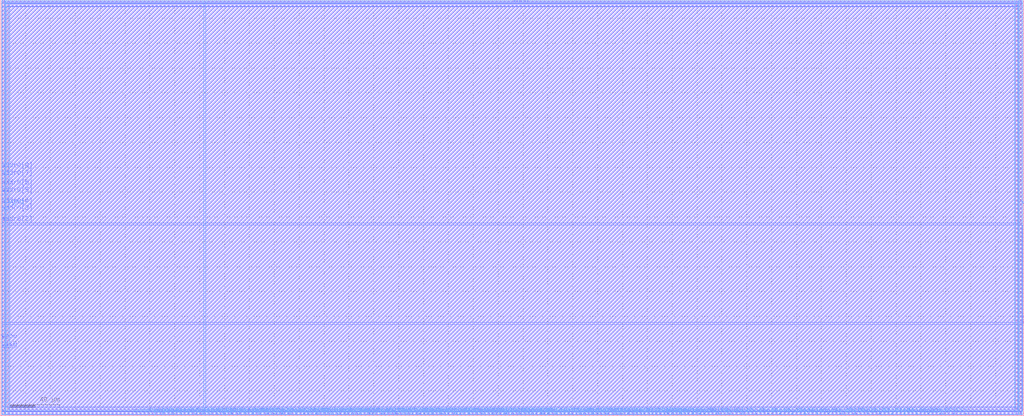
<source format=lef>
VERSION 5.4 ;
NAMESCASESENSITIVE ON ;
BUSBITCHARS "[]" ;
DIVIDERCHAR "/" ;
UNITS
  DATABASE MICRONS 2000 ;
END UNITS
MACRO sram_1rw0r0w_64_512_sky130
   CLASS BLOCK ;
   SIZE 822.5 BY 334.94 ;
   SYMMETRY X Y R90 ;
   PIN din0[0]
      DIRECTION INPUT ;
      PORT
         LAYER met4 ;
         RECT  163.88 0.0 164.26 0.38 ;
      END
   END din0[0]
   PIN din0[1]
      DIRECTION INPUT ;
      PORT
         LAYER met4 ;
         RECT  170.68 0.0 171.06 0.38 ;
      END
   END din0[1]
   PIN din0[2]
      DIRECTION INPUT ;
      PORT
         LAYER met4 ;
         RECT  176.12 0.0 176.5 0.38 ;
      END
   END din0[2]
   PIN din0[3]
      DIRECTION INPUT ;
      PORT
         LAYER met4 ;
         RECT  181.56 0.0 181.94 0.38 ;
      END
   END din0[3]
   PIN din0[4]
      DIRECTION INPUT ;
      PORT
         LAYER met4 ;
         RECT  187.68 0.0 188.06 0.38 ;
      END
   END din0[4]
   PIN din0[5]
      DIRECTION INPUT ;
      PORT
         LAYER met4 ;
         RECT  193.12 0.0 193.5 0.38 ;
      END
   END din0[5]
   PIN din0[6]
      DIRECTION INPUT ;
      PORT
         LAYER met4 ;
         RECT  199.92 0.0 200.3 0.38 ;
      END
   END din0[6]
   PIN din0[7]
      DIRECTION INPUT ;
      PORT
         LAYER met4 ;
         RECT  204.68 0.0 205.06 0.38 ;
      END
   END din0[7]
   PIN din0[8]
      DIRECTION INPUT ;
      PORT
         LAYER met4 ;
         RECT  211.48 0.0 211.86 0.38 ;
      END
   END din0[8]
   PIN din0[9]
      DIRECTION INPUT ;
      PORT
         LAYER met4 ;
         RECT  216.24 0.0 216.62 0.38 ;
      END
   END din0[9]
   PIN din0[10]
      DIRECTION INPUT ;
      PORT
         LAYER met4 ;
         RECT  223.04 0.0 223.42 0.38 ;
      END
   END din0[10]
   PIN din0[11]
      DIRECTION INPUT ;
      PORT
         LAYER met4 ;
         RECT  229.16 0.0 229.54 0.38 ;
      END
   END din0[11]
   PIN din0[12]
      DIRECTION INPUT ;
      PORT
         LAYER met4 ;
         RECT  234.6 0.0 234.98 0.38 ;
      END
   END din0[12]
   PIN din0[13]
      DIRECTION INPUT ;
      PORT
         LAYER met4 ;
         RECT  240.04 0.0 240.42 0.38 ;
      END
   END din0[13]
   PIN din0[14]
      DIRECTION INPUT ;
      PORT
         LAYER met4 ;
         RECT  246.16 0.0 246.54 0.38 ;
      END
   END din0[14]
   PIN din0[15]
      DIRECTION INPUT ;
      PORT
         LAYER met4 ;
         RECT  252.28 0.0 252.66 0.38 ;
      END
   END din0[15]
   PIN din0[16]
      DIRECTION INPUT ;
      PORT
         LAYER met4 ;
         RECT  257.72 0.0 258.1 0.38 ;
      END
   END din0[16]
   PIN din0[17]
      DIRECTION INPUT ;
      PORT
         LAYER met4 ;
         RECT  263.84 0.0 264.22 0.38 ;
      END
   END din0[17]
   PIN din0[18]
      DIRECTION INPUT ;
      PORT
         LAYER met4 ;
         RECT  269.96 0.0 270.34 0.38 ;
      END
   END din0[18]
   PIN din0[19]
      DIRECTION INPUT ;
      PORT
         LAYER met4 ;
         RECT  274.72 0.0 275.1 0.38 ;
      END
   END din0[19]
   PIN din0[20]
      DIRECTION INPUT ;
      PORT
         LAYER met4 ;
         RECT  281.52 0.0 281.9 0.38 ;
      END
   END din0[20]
   PIN din0[21]
      DIRECTION INPUT ;
      PORT
         LAYER met4 ;
         RECT  286.28 0.0 286.66 0.38 ;
      END
   END din0[21]
   PIN din0[22]
      DIRECTION INPUT ;
      PORT
         LAYER met4 ;
         RECT  293.08 0.0 293.46 0.38 ;
      END
   END din0[22]
   PIN din0[23]
      DIRECTION INPUT ;
      PORT
         LAYER met4 ;
         RECT  298.52 0.0 298.9 0.38 ;
      END
   END din0[23]
   PIN din0[24]
      DIRECTION INPUT ;
      PORT
         LAYER met4 ;
         RECT  304.64 0.0 305.02 0.38 ;
      END
   END din0[24]
   PIN din0[25]
      DIRECTION INPUT ;
      PORT
         LAYER met4 ;
         RECT  310.08 0.0 310.46 0.38 ;
      END
   END din0[25]
   PIN din0[26]
      DIRECTION INPUT ;
      PORT
         LAYER met4 ;
         RECT  316.2 0.0 316.58 0.38 ;
      END
   END din0[26]
   PIN din0[27]
      DIRECTION INPUT ;
      PORT
         LAYER met4 ;
         RECT  321.64 0.0 322.02 0.38 ;
      END
   END din0[27]
   PIN din0[28]
      DIRECTION INPUT ;
      PORT
         LAYER met4 ;
         RECT  327.76 0.0 328.14 0.38 ;
      END
   END din0[28]
   PIN din0[29]
      DIRECTION INPUT ;
      PORT
         LAYER met4 ;
         RECT  333.2 0.0 333.58 0.38 ;
      END
   END din0[29]
   PIN din0[30]
      DIRECTION INPUT ;
      PORT
         LAYER met4 ;
         RECT  340.0 0.0 340.38 0.38 ;
      END
   END din0[30]
   PIN din0[31]
      DIRECTION INPUT ;
      PORT
         LAYER met4 ;
         RECT  344.76 0.0 345.14 0.38 ;
      END
   END din0[31]
   PIN din0[32]
      DIRECTION INPUT ;
      PORT
         LAYER met4 ;
         RECT  351.56 0.0 351.94 0.38 ;
      END
   END din0[32]
   PIN din0[33]
      DIRECTION INPUT ;
      PORT
         LAYER met4 ;
         RECT  357.0 0.0 357.38 0.38 ;
      END
   END din0[33]
   PIN din0[34]
      DIRECTION INPUT ;
      PORT
         LAYER met4 ;
         RECT  362.44 0.0 362.82 0.38 ;
      END
   END din0[34]
   PIN din0[35]
      DIRECTION INPUT ;
      PORT
         LAYER met4 ;
         RECT  368.56 0.0 368.94 0.38 ;
      END
   END din0[35]
   PIN din0[36]
      DIRECTION INPUT ;
      PORT
         LAYER met4 ;
         RECT  374.68 0.0 375.06 0.38 ;
      END
   END din0[36]
   PIN din0[37]
      DIRECTION INPUT ;
      PORT
         LAYER met4 ;
         RECT  380.12 0.0 380.5 0.38 ;
      END
   END din0[37]
   PIN din0[38]
      DIRECTION INPUT ;
      PORT
         LAYER met4 ;
         RECT  386.24 0.0 386.62 0.38 ;
      END
   END din0[38]
   PIN din0[39]
      DIRECTION INPUT ;
      PORT
         LAYER met4 ;
         RECT  391.68 0.0 392.06 0.38 ;
      END
   END din0[39]
   PIN din0[40]
      DIRECTION INPUT ;
      PORT
         LAYER met4 ;
         RECT  397.8 0.0 398.18 0.38 ;
      END
   END din0[40]
   PIN din0[41]
      DIRECTION INPUT ;
      PORT
         LAYER met4 ;
         RECT  403.92 0.0 404.3 0.38 ;
      END
   END din0[41]
   PIN din0[42]
      DIRECTION INPUT ;
      PORT
         LAYER met4 ;
         RECT  410.04 0.0 410.42 0.38 ;
      END
   END din0[42]
   PIN din0[43]
      DIRECTION INPUT ;
      PORT
         LAYER met4 ;
         RECT  415.48 0.0 415.86 0.38 ;
      END
   END din0[43]
   PIN din0[44]
      DIRECTION INPUT ;
      PORT
         LAYER met4 ;
         RECT  420.92 0.0 421.3 0.38 ;
      END
   END din0[44]
   PIN din0[45]
      DIRECTION INPUT ;
      PORT
         LAYER met4 ;
         RECT  426.36 0.0 426.74 0.38 ;
      END
   END din0[45]
   PIN din0[46]
      DIRECTION INPUT ;
      PORT
         LAYER met4 ;
         RECT  432.48 0.0 432.86 0.38 ;
      END
   END din0[46]
   PIN din0[47]
      DIRECTION INPUT ;
      PORT
         LAYER met4 ;
         RECT  438.6 0.0 438.98 0.38 ;
      END
   END din0[47]
   PIN din0[48]
      DIRECTION INPUT ;
      PORT
         LAYER met4 ;
         RECT  444.04 0.0 444.42 0.38 ;
      END
   END din0[48]
   PIN din0[49]
      DIRECTION INPUT ;
      PORT
         LAYER met4 ;
         RECT  450.16 0.0 450.54 0.38 ;
      END
   END din0[49]
   PIN din0[50]
      DIRECTION INPUT ;
      PORT
         LAYER met4 ;
         RECT  455.6 0.0 455.98 0.38 ;
      END
   END din0[50]
   PIN din0[51]
      DIRECTION INPUT ;
      PORT
         LAYER met4 ;
         RECT  461.72 0.0 462.1 0.38 ;
      END
   END din0[51]
   PIN din0[52]
      DIRECTION INPUT ;
      PORT
         LAYER met4 ;
         RECT  468.52 0.0 468.9 0.38 ;
      END
   END din0[52]
   PIN din0[53]
      DIRECTION INPUT ;
      PORT
         LAYER met4 ;
         RECT  473.28 0.0 473.66 0.38 ;
      END
   END din0[53]
   PIN din0[54]
      DIRECTION INPUT ;
      PORT
         LAYER met4 ;
         RECT  479.4 0.0 479.78 0.38 ;
      END
   END din0[54]
   PIN din0[55]
      DIRECTION INPUT ;
      PORT
         LAYER met4 ;
         RECT  484.84 0.0 485.22 0.38 ;
      END
   END din0[55]
   PIN din0[56]
      DIRECTION INPUT ;
      PORT
         LAYER met4 ;
         RECT  490.96 0.0 491.34 0.38 ;
      END
   END din0[56]
   PIN din0[57]
      DIRECTION INPUT ;
      PORT
         LAYER met4 ;
         RECT  497.08 0.0 497.46 0.38 ;
      END
   END din0[57]
   PIN din0[58]
      DIRECTION INPUT ;
      PORT
         LAYER met4 ;
         RECT  502.52 0.0 502.9 0.38 ;
      END
   END din0[58]
   PIN din0[59]
      DIRECTION INPUT ;
      PORT
         LAYER met4 ;
         RECT  509.32 0.0 509.7 0.38 ;
      END
   END din0[59]
   PIN din0[60]
      DIRECTION INPUT ;
      PORT
         LAYER met4 ;
         RECT  514.76 0.0 515.14 0.38 ;
      END
   END din0[60]
   PIN din0[61]
      DIRECTION INPUT ;
      PORT
         LAYER met4 ;
         RECT  520.88 0.0 521.26 0.38 ;
      END
   END din0[61]
   PIN din0[62]
      DIRECTION INPUT ;
      PORT
         LAYER met4 ;
         RECT  526.32 0.0 526.7 0.38 ;
      END
   END din0[62]
   PIN din0[63]
      DIRECTION INPUT ;
      PORT
         LAYER met4 ;
         RECT  532.44 0.0 532.82 0.38 ;
      END
   END din0[63]
   PIN din0[64]
      DIRECTION INPUT ;
      PORT
         LAYER met4 ;
         RECT  537.88 0.0 538.26 0.38 ;
      END
   END din0[64]
   PIN addr0[0]
      DIRECTION INPUT ;
      PORT
         LAYER met4 ;
         RECT  106.08 0.0 106.46 0.38 ;
      END
   END addr0[0]
   PIN addr0[1]
      DIRECTION INPUT ;
      PORT
         LAYER met4 ;
         RECT  112.2 0.0 112.58 0.38 ;
      END
   END addr0[1]
   PIN addr0[2]
      DIRECTION INPUT ;
      PORT
         LAYER met3 ;
         RECT  0.0 154.36 0.38 154.74 ;
      END
   END addr0[2]
   PIN addr0[3]
      DIRECTION INPUT ;
      PORT
         LAYER met3 ;
         RECT  0.0 163.2 0.38 163.58 ;
      END
   END addr0[3]
   PIN addr0[4]
      DIRECTION INPUT ;
      PORT
         LAYER met3 ;
         RECT  0.0 168.64 0.38 169.02 ;
      END
   END addr0[4]
   PIN addr0[5]
      DIRECTION INPUT ;
      PORT
         LAYER met3 ;
         RECT  0.0 177.48 0.38 177.86 ;
      END
   END addr0[5]
   PIN addr0[6]
      DIRECTION INPUT ;
      PORT
         LAYER met3 ;
         RECT  0.0 183.6 0.38 183.98 ;
      END
   END addr0[6]
   PIN addr0[7]
      DIRECTION INPUT ;
      PORT
         LAYER met3 ;
         RECT  0.0 191.08 0.38 191.46 ;
      END
   END addr0[7]
   PIN addr0[8]
      DIRECTION INPUT ;
      PORT
         LAYER met3 ;
         RECT  0.0 197.2 0.38 197.58 ;
      END
   END addr0[8]
   PIN csb0
      DIRECTION INPUT ;
      PORT
         LAYER met3 ;
         RECT  0.0 51.68 0.38 52.06 ;
      END
   END csb0
   PIN web0
      DIRECTION INPUT ;
      PORT
         LAYER met3 ;
         RECT  0.0 59.84 0.38 60.22 ;
      END
   END web0
   PIN clk0
      DIRECTION INPUT ;
      PORT
         LAYER met3 ;
         RECT  0.0 53.72 0.38 54.1 ;
      END
   END clk0
   PIN wmask0[0]
      DIRECTION INPUT ;
      PORT
         LAYER met4 ;
         RECT  117.64 0.0 118.02 0.38 ;
      END
   END wmask0[0]
   PIN wmask0[1]
      DIRECTION INPUT ;
      PORT
         LAYER met4 ;
         RECT  123.76 0.0 124.14 0.38 ;
      END
   END wmask0[1]
   PIN wmask0[2]
      DIRECTION INPUT ;
      PORT
         LAYER met4 ;
         RECT  129.88 0.0 130.26 0.38 ;
      END
   END wmask0[2]
   PIN wmask0[3]
      DIRECTION INPUT ;
      PORT
         LAYER met4 ;
         RECT  134.64 0.0 135.02 0.38 ;
      END
   END wmask0[3]
   PIN wmask0[4]
      DIRECTION INPUT ;
      PORT
         LAYER met4 ;
         RECT  141.44 0.0 141.82 0.38 ;
      END
   END wmask0[4]
   PIN wmask0[5]
      DIRECTION INPUT ;
      PORT
         LAYER met4 ;
         RECT  146.2 0.0 146.58 0.38 ;
      END
   END wmask0[5]
   PIN wmask0[6]
      DIRECTION INPUT ;
      PORT
         LAYER met4 ;
         RECT  153.0 0.0 153.38 0.38 ;
      END
   END wmask0[6]
   PIN wmask0[7]
      DIRECTION INPUT ;
      PORT
         LAYER met4 ;
         RECT  157.76 0.0 158.14 0.38 ;
      END
   END wmask0[7]
   PIN spare_wen0[0]
      DIRECTION INPUT ;
      PORT
         LAYER met4 ;
         RECT  543.32 0.0 543.7 0.38 ;
      END
   END spare_wen0[0]
   PIN dout0[0]
      DIRECTION OUTPUT ;
      PORT
         LAYER met4 ;
         RECT  167.28 0.0 167.66 0.38 ;
      END
   END dout0[0]
   PIN dout0[1]
      DIRECTION OUTPUT ;
      PORT
         LAYER met4 ;
         RECT  178.84 0.0 179.22 0.38 ;
      END
   END dout0[1]
   PIN dout0[2]
      DIRECTION OUTPUT ;
      PORT
         LAYER met4 ;
         RECT  189.04 0.0 189.42 0.38 ;
      END
   END dout0[2]
   PIN dout0[3]
      DIRECTION OUTPUT ;
      PORT
         LAYER met4 ;
         RECT  199.24 0.0 199.62 0.38 ;
      END
   END dout0[3]
   PIN dout0[4]
      DIRECTION OUTPUT ;
      PORT
         LAYER met4 ;
         RECT  208.76 0.0 209.14 0.38 ;
      END
   END dout0[4]
   PIN dout0[5]
      DIRECTION OUTPUT ;
      PORT
         LAYER met4 ;
         RECT  218.96 0.0 219.34 0.38 ;
      END
   END dout0[5]
   PIN dout0[6]
      DIRECTION OUTPUT ;
      PORT
         LAYER met4 ;
         RECT  228.48 0.0 228.86 0.38 ;
      END
   END dout0[6]
   PIN dout0[7]
      DIRECTION OUTPUT ;
      PORT
         LAYER met4 ;
         RECT  238.0 0.0 238.38 0.38 ;
      END
   END dout0[7]
   PIN dout0[8]
      DIRECTION OUTPUT ;
      PORT
         LAYER met4 ;
         RECT  247.52 0.0 247.9 0.38 ;
      END
   END dout0[8]
   PIN dout0[9]
      DIRECTION OUTPUT ;
      PORT
         LAYER met4 ;
         RECT  259.08 0.0 259.46 0.38 ;
      END
   END dout0[9]
   PIN dout0[10]
      DIRECTION OUTPUT ;
      PORT
         LAYER met4 ;
         RECT  269.28 0.0 269.66 0.38 ;
      END
   END dout0[10]
   PIN dout0[11]
      DIRECTION OUTPUT ;
      PORT
         LAYER met4 ;
         RECT  278.8 0.0 279.18 0.38 ;
      END
   END dout0[11]
   PIN dout0[12]
      DIRECTION OUTPUT ;
      PORT
         LAYER met4 ;
         RECT  289.0 0.0 289.38 0.38 ;
      END
   END dout0[12]
   PIN dout0[13]
      DIRECTION OUTPUT ;
      PORT
         LAYER met4 ;
         RECT  299.2 0.0 299.58 0.38 ;
      END
   END dout0[13]
   PIN dout0[14]
      DIRECTION OUTPUT ;
      PORT
         LAYER met4 ;
         RECT  308.04 0.0 308.42 0.38 ;
      END
   END dout0[14]
   PIN dout0[15]
      DIRECTION OUTPUT ;
      PORT
         LAYER met4 ;
         RECT  318.92 0.0 319.3 0.38 ;
      END
   END dout0[15]
   PIN dout0[16]
      DIRECTION OUTPUT ;
      PORT
         LAYER met4 ;
         RECT  325.72 0.0 326.1 0.38 ;
      END
   END dout0[16]
   PIN dout0[17]
      DIRECTION OUTPUT ;
      PORT
         LAYER met4 ;
         RECT  337.28 0.0 337.66 0.38 ;
      END
   END dout0[17]
   PIN dout0[18]
      DIRECTION OUTPUT ;
      PORT
         LAYER met4 ;
         RECT  348.84 0.0 349.22 0.38 ;
      END
   END dout0[18]
   PIN dout0[19]
      DIRECTION OUTPUT ;
      PORT
         LAYER met4 ;
         RECT  359.04 0.0 359.42 0.38 ;
      END
   END dout0[19]
   PIN dout0[20]
      DIRECTION OUTPUT ;
      PORT
         LAYER met4 ;
         RECT  369.24 0.0 369.62 0.38 ;
      END
   END dout0[20]
   PIN dout0[21]
      DIRECTION OUTPUT ;
      PORT
         LAYER met4 ;
         RECT  378.08 0.0 378.46 0.38 ;
      END
   END dout0[21]
   PIN dout0[22]
      DIRECTION OUTPUT ;
      PORT
         LAYER met4 ;
         RECT  388.96 0.0 389.34 0.38 ;
      END
   END dout0[22]
   PIN dout0[23]
      DIRECTION OUTPUT ;
      PORT
         LAYER met4 ;
         RECT  399.16 0.0 399.54 0.38 ;
      END
   END dout0[23]
   PIN dout0[24]
      DIRECTION OUTPUT ;
      PORT
         LAYER met4 ;
         RECT  407.32 0.0 407.7 0.38 ;
      END
   END dout0[24]
   PIN dout0[25]
      DIRECTION OUTPUT ;
      PORT
         LAYER met4 ;
         RECT  418.88 0.0 419.26 0.38 ;
      END
   END dout0[25]
   PIN dout0[26]
      DIRECTION OUTPUT ;
      PORT
         LAYER met4 ;
         RECT  429.08 0.0 429.46 0.38 ;
      END
   END dout0[26]
   PIN dout0[27]
      DIRECTION OUTPUT ;
      PORT
         LAYER met4 ;
         RECT  439.28 0.0 439.66 0.38 ;
      END
   END dout0[27]
   PIN dout0[28]
      DIRECTION OUTPUT ;
      PORT
         LAYER met4 ;
         RECT  448.12 0.0 448.5 0.38 ;
      END
   END dout0[28]
   PIN dout0[29]
      DIRECTION OUTPUT ;
      PORT
         LAYER met4 ;
         RECT  459.0 0.0 459.38 0.38 ;
      END
   END dout0[29]
   PIN dout0[30]
      DIRECTION OUTPUT ;
      PORT
         LAYER met4 ;
         RECT  469.2 0.0 469.58 0.38 ;
      END
   END dout0[30]
   PIN dout0[31]
      DIRECTION OUTPUT ;
      PORT
         LAYER met4 ;
         RECT  477.36 0.0 477.74 0.38 ;
      END
   END dout0[31]
   PIN dout0[32]
      DIRECTION OUTPUT ;
      PORT
         LAYER met4 ;
         RECT  487.56 0.0 487.94 0.38 ;
      END
   END dout0[32]
   PIN dout0[33]
      DIRECTION OUTPUT ;
      PORT
         LAYER met4 ;
         RECT  499.12 0.0 499.5 0.38 ;
      END
   END dout0[33]
   PIN dout0[34]
      DIRECTION OUTPUT ;
      PORT
         LAYER met4 ;
         RECT  508.64 0.0 509.02 0.38 ;
      END
   END dout0[34]
   PIN dout0[35]
      DIRECTION OUTPUT ;
      PORT
         LAYER met4 ;
         RECT  518.16 0.0 518.54 0.38 ;
      END
   END dout0[35]
   PIN dout0[36]
      DIRECTION OUTPUT ;
      PORT
         LAYER met4 ;
         RECT  529.04 0.0 529.42 0.38 ;
      END
   END dout0[36]
   PIN dout0[37]
      DIRECTION OUTPUT ;
      PORT
         LAYER met4 ;
         RECT  538.56 0.0 538.94 0.38 ;
      END
   END dout0[37]
   PIN dout0[38]
      DIRECTION OUTPUT ;
      PORT
         LAYER met4 ;
         RECT  547.4 0.0 547.78 0.38 ;
      END
   END dout0[38]
   PIN dout0[39]
      DIRECTION OUTPUT ;
      PORT
         LAYER met4 ;
         RECT  558.96 0.0 559.34 0.38 ;
      END
   END dout0[39]
   PIN dout0[40]
      DIRECTION OUTPUT ;
      PORT
         LAYER met4 ;
         RECT  567.8 0.0 568.18 0.38 ;
      END
   END dout0[40]
   PIN dout0[41]
      DIRECTION OUTPUT ;
      PORT
         LAYER met4 ;
         RECT  578.68 0.0 579.06 0.38 ;
      END
   END dout0[41]
   PIN dout0[42]
      DIRECTION OUTPUT ;
      PORT
         LAYER met4 ;
         RECT  588.88 0.0 589.26 0.38 ;
      END
   END dout0[42]
   PIN dout0[43]
      DIRECTION OUTPUT ;
      PORT
         LAYER met4 ;
         RECT  599.08 0.0 599.46 0.38 ;
      END
   END dout0[43]
   PIN dout0[44]
      DIRECTION OUTPUT ;
      PORT
         LAYER met4 ;
         RECT  608.6 0.0 608.98 0.38 ;
      END
   END dout0[44]
   PIN dout0[45]
      DIRECTION OUTPUT ;
      PORT
         LAYER met4 ;
         RECT  618.8 0.0 619.18 0.38 ;
      END
   END dout0[45]
   PIN dout0[46]
      DIRECTION OUTPUT ;
      PORT
         LAYER met4 ;
         RECT  629.0 0.0 629.38 0.38 ;
      END
   END dout0[46]
   PIN dout0[47]
      DIRECTION OUTPUT ;
      PORT
         LAYER met4 ;
         RECT  638.52 0.0 638.9 0.38 ;
      END
   END dout0[47]
   PIN dout0[48]
      DIRECTION OUTPUT ;
      PORT
         LAYER met4 ;
         RECT  647.36 0.0 647.74 0.38 ;
      END
   END dout0[48]
   PIN dout0[49]
      DIRECTION OUTPUT ;
      PORT
         LAYER met4 ;
         RECT  658.92 0.0 659.3 0.38 ;
      END
   END dout0[49]
   PIN dout0[50]
      DIRECTION OUTPUT ;
      PORT
         LAYER met4 ;
         RECT  669.12 0.0 669.5 0.38 ;
      END
   END dout0[50]
   PIN dout0[51]
      DIRECTION OUTPUT ;
      PORT
         LAYER met4 ;
         RECT  678.64 0.0 679.02 0.38 ;
      END
   END dout0[51]
   PIN dout0[52]
      DIRECTION OUTPUT ;
      PORT
         LAYER met4 ;
         RECT  688.84 0.0 689.22 0.38 ;
      END
   END dout0[52]
   PIN dout0[53]
      DIRECTION OUTPUT ;
      PORT
         LAYER met4 ;
         RECT  699.04 0.0 699.42 0.38 ;
      END
   END dout0[53]
   PIN dout0[54]
      DIRECTION OUTPUT ;
      PORT
         LAYER met4 ;
         RECT  708.56 0.0 708.94 0.38 ;
      END
   END dout0[54]
   PIN dout0[55]
      DIRECTION OUTPUT ;
      PORT
         LAYER met4 ;
         RECT  718.76 0.0 719.14 0.38 ;
      END
   END dout0[55]
   PIN dout0[56]
      DIRECTION OUTPUT ;
      PORT
         LAYER met4 ;
         RECT  727.6 0.0 727.98 0.38 ;
      END
   END dout0[56]
   PIN dout0[57]
      DIRECTION OUTPUT ;
      PORT
         LAYER met4 ;
         RECT  739.16 0.0 739.54 0.38 ;
      END
   END dout0[57]
   PIN dout0[58]
      DIRECTION OUTPUT ;
      PORT
         LAYER met4 ;
         RECT  748.68 0.0 749.06 0.38 ;
      END
   END dout0[58]
   PIN dout0[59]
      DIRECTION OUTPUT ;
      PORT
         LAYER met3 ;
         RECT  822.12 74.12 822.5 74.5 ;
      END
   END dout0[59]
   PIN dout0[60]
      DIRECTION OUTPUT ;
      PORT
         LAYER met3 ;
         RECT  822.12 80.24 822.5 80.62 ;
      END
   END dout0[60]
   PIN dout0[61]
      DIRECTION OUTPUT ;
      PORT
         LAYER met3 ;
         RECT  822.12 79.56 822.5 79.94 ;
      END
   END dout0[61]
   PIN dout0[62]
      DIRECTION OUTPUT ;
      PORT
         LAYER met3 ;
         RECT  822.12 74.8 822.5 75.18 ;
      END
   END dout0[62]
   PIN dout0[63]
      DIRECTION OUTPUT ;
      PORT
         LAYER met3 ;
         RECT  822.12 75.48 822.5 75.86 ;
      END
   END dout0[63]
   PIN dout0[64]
      DIRECTION OUTPUT ;
      PORT
         LAYER met3 ;
         RECT  822.12 76.84 822.5 77.22 ;
      END
   END dout0[64]
   PIN vpwr
      DIRECTION INOUT ;
      USE POWER ; 
      SHAPE ABUTMENT ; 
      PORT
         LAYER met4 ;
         RECT  1.36 1.36 3.1 334.94 ;
         LAYER met3 ;
         RECT  1.36 1.36 821.14 3.1 ;
         LAYER met4 ;
         RECT  819.4 1.36 821.14 334.94 ;
         LAYER met3 ;
         RECT  1.36 333.2 821.14 334.94 ;
      END
   END vpwr
   PIN vgnd
      DIRECTION INOUT ;
      USE GROUND ; 
      SHAPE ABUTMENT ; 
      PORT
         LAYER met3 ;
         RECT  4.76 4.76 817.74 6.5 ;
         LAYER met3 ;
         RECT  4.76 329.8 817.74 331.54 ;
         LAYER met4 ;
         RECT  816.0 4.76 817.74 331.54 ;
         LAYER met4 ;
         RECT  4.76 4.76 6.5 331.54 ;
      END
   END vgnd
   OBS
   LAYER  met1 ;
      RECT  0.62 0.62 821.88 334.32 ;
   LAYER  met2 ;
      RECT  0.62 0.62 821.88 334.32 ;
   LAYER  met3 ;
      RECT  0.98 153.76 821.88 155.34 ;
      RECT  0.62 155.34 0.98 162.6 ;
      RECT  0.62 164.18 0.98 168.04 ;
      RECT  0.62 169.62 0.98 176.88 ;
      RECT  0.62 178.46 0.98 183.0 ;
      RECT  0.62 184.58 0.98 190.48 ;
      RECT  0.62 192.06 0.98 196.6 ;
      RECT  0.62 60.82 0.98 153.76 ;
      RECT  0.62 52.66 0.98 53.12 ;
      RECT  0.62 54.7 0.98 59.24 ;
      RECT  0.98 73.52 821.52 75.1 ;
      RECT  0.98 75.1 821.52 153.76 ;
      RECT  821.52 81.22 821.88 153.76 ;
      RECT  821.52 77.82 821.88 78.96 ;
      RECT  0.62 0.62 0.76 0.76 ;
      RECT  0.62 0.76 0.76 3.7 ;
      RECT  0.62 3.7 0.76 51.08 ;
      RECT  0.76 0.62 0.98 0.76 ;
      RECT  0.76 3.7 0.98 51.08 ;
      RECT  0.98 0.62 821.52 0.76 ;
      RECT  821.52 0.62 821.74 0.76 ;
      RECT  821.52 3.7 821.74 73.52 ;
      RECT  821.74 0.62 821.88 0.76 ;
      RECT  821.74 0.76 821.88 3.7 ;
      RECT  821.74 3.7 821.88 73.52 ;
      RECT  821.74 155.34 821.88 332.6 ;
      RECT  821.74 332.6 821.88 334.32 ;
      RECT  0.62 198.18 0.76 332.6 ;
      RECT  0.62 332.6 0.76 334.32 ;
      RECT  0.76 198.18 0.98 332.6 ;
      RECT  0.98 3.7 4.16 4.16 ;
      RECT  0.98 4.16 4.16 7.1 ;
      RECT  0.98 7.1 4.16 73.52 ;
      RECT  4.16 3.7 818.34 4.16 ;
      RECT  4.16 7.1 818.34 73.52 ;
      RECT  818.34 3.7 821.52 4.16 ;
      RECT  818.34 4.16 821.52 7.1 ;
      RECT  818.34 7.1 821.52 73.52 ;
      RECT  0.98 155.34 4.16 329.2 ;
      RECT  0.98 329.2 4.16 332.14 ;
      RECT  0.98 332.14 4.16 332.6 ;
      RECT  4.16 155.34 818.34 329.2 ;
      RECT  4.16 332.14 818.34 332.6 ;
      RECT  818.34 155.34 821.74 329.2 ;
      RECT  818.34 329.2 821.74 332.14 ;
      RECT  818.34 332.14 821.74 332.6 ;
   LAYER  met4 ;
      RECT  163.28 0.98 164.86 334.32 ;
      RECT  171.66 0.62 175.52 0.98 ;
      RECT  182.54 0.62 187.08 0.98 ;
      RECT  200.9 0.62 204.08 0.98 ;
      RECT  212.46 0.62 215.64 0.98 ;
      RECT  230.14 0.62 234.0 0.98 ;
      RECT  241.02 0.62 245.56 0.98 ;
      RECT  253.26 0.62 257.12 0.98 ;
      RECT  270.94 0.62 274.12 0.98 ;
      RECT  282.5 0.62 285.68 0.98 ;
      RECT  294.06 0.62 297.92 0.98 ;
      RECT  311.06 0.62 315.6 0.98 ;
      RECT  328.74 0.62 332.6 0.98 ;
      RECT  340.98 0.62 344.16 0.98 ;
      RECT  352.54 0.62 356.4 0.98 ;
      RECT  363.42 0.62 367.96 0.98 ;
      RECT  381.1 0.62 385.64 0.98 ;
      RECT  392.66 0.62 397.2 0.98 ;
      RECT  411.02 0.62 414.88 0.98 ;
      RECT  421.9 0.62 425.76 0.98 ;
      RECT  433.46 0.62 438.0 0.98 ;
      RECT  451.14 0.62 455.0 0.98 ;
      RECT  462.7 0.62 467.92 0.98 ;
      RECT  480.38 0.62 484.24 0.98 ;
      RECT  491.94 0.62 496.48 0.98 ;
      RECT  510.3 0.62 514.16 0.98 ;
      RECT  521.86 0.62 525.72 0.98 ;
      RECT  533.42 0.62 537.28 0.98 ;
      RECT  107.06 0.62 111.6 0.98 ;
      RECT  113.18 0.62 117.04 0.98 ;
      RECT  118.62 0.62 123.16 0.98 ;
      RECT  124.74 0.62 129.28 0.98 ;
      RECT  130.86 0.62 134.04 0.98 ;
      RECT  135.62 0.62 140.84 0.98 ;
      RECT  142.42 0.62 145.6 0.98 ;
      RECT  147.18 0.62 152.4 0.98 ;
      RECT  153.98 0.62 157.16 0.98 ;
      RECT  158.74 0.62 163.28 0.98 ;
      RECT  164.86 0.62 166.68 0.98 ;
      RECT  168.26 0.62 170.08 0.98 ;
      RECT  177.1 0.62 178.24 0.98 ;
      RECT  179.82 0.62 180.96 0.98 ;
      RECT  190.02 0.62 192.52 0.98 ;
      RECT  194.1 0.62 198.64 0.98 ;
      RECT  205.66 0.62 208.16 0.98 ;
      RECT  209.74 0.62 210.88 0.98 ;
      RECT  217.22 0.62 218.36 0.98 ;
      RECT  219.94 0.62 222.44 0.98 ;
      RECT  224.02 0.62 227.88 0.98 ;
      RECT  235.58 0.62 237.4 0.98 ;
      RECT  238.98 0.62 239.44 0.98 ;
      RECT  248.5 0.62 251.68 0.98 ;
      RECT  260.06 0.62 263.24 0.98 ;
      RECT  264.82 0.62 268.68 0.98 ;
      RECT  275.7 0.62 278.2 0.98 ;
      RECT  279.78 0.62 280.92 0.98 ;
      RECT  287.26 0.62 288.4 0.98 ;
      RECT  289.98 0.62 292.48 0.98 ;
      RECT  300.18 0.62 304.04 0.98 ;
      RECT  305.62 0.62 307.44 0.98 ;
      RECT  309.02 0.62 309.48 0.98 ;
      RECT  317.18 0.62 318.32 0.98 ;
      RECT  319.9 0.62 321.04 0.98 ;
      RECT  322.62 0.62 325.12 0.98 ;
      RECT  326.7 0.62 327.16 0.98 ;
      RECT  334.18 0.62 336.68 0.98 ;
      RECT  338.26 0.62 339.4 0.98 ;
      RECT  345.74 0.62 348.24 0.98 ;
      RECT  349.82 0.62 350.96 0.98 ;
      RECT  357.98 0.62 358.44 0.98 ;
      RECT  360.02 0.62 361.84 0.98 ;
      RECT  370.22 0.62 374.08 0.98 ;
      RECT  375.66 0.62 377.48 0.98 ;
      RECT  379.06 0.62 379.52 0.98 ;
      RECT  387.22 0.62 388.36 0.98 ;
      RECT  389.94 0.62 391.08 0.98 ;
      RECT  400.14 0.62 403.32 0.98 ;
      RECT  404.9 0.62 406.72 0.98 ;
      RECT  408.3 0.62 409.44 0.98 ;
      RECT  416.46 0.62 418.28 0.98 ;
      RECT  419.86 0.62 420.32 0.98 ;
      RECT  427.34 0.62 428.48 0.98 ;
      RECT  430.06 0.62 431.88 0.98 ;
      RECT  440.26 0.62 443.44 0.98 ;
      RECT  445.02 0.62 447.52 0.98 ;
      RECT  449.1 0.62 449.56 0.98 ;
      RECT  456.58 0.62 458.4 0.98 ;
      RECT  459.98 0.62 461.12 0.98 ;
      RECT  470.18 0.62 472.68 0.98 ;
      RECT  474.26 0.62 476.76 0.98 ;
      RECT  478.34 0.62 478.8 0.98 ;
      RECT  485.82 0.62 486.96 0.98 ;
      RECT  488.54 0.62 490.36 0.98 ;
      RECT  498.06 0.62 498.52 0.98 ;
      RECT  500.1 0.62 501.92 0.98 ;
      RECT  503.5 0.62 508.04 0.98 ;
      RECT  515.74 0.62 517.56 0.98 ;
      RECT  519.14 0.62 520.28 0.98 ;
      RECT  527.3 0.62 528.44 0.98 ;
      RECT  530.02 0.62 531.84 0.98 ;
      RECT  539.54 0.62 542.72 0.98 ;
      RECT  544.3 0.62 546.8 0.98 ;
      RECT  548.38 0.62 558.36 0.98 ;
      RECT  559.94 0.62 567.2 0.98 ;
      RECT  568.78 0.62 578.08 0.98 ;
      RECT  579.66 0.62 588.28 0.98 ;
      RECT  589.86 0.62 598.48 0.98 ;
      RECT  600.06 0.62 608.0 0.98 ;
      RECT  609.58 0.62 618.2 0.98 ;
      RECT  619.78 0.62 628.4 0.98 ;
      RECT  629.98 0.62 637.92 0.98 ;
      RECT  639.5 0.62 646.76 0.98 ;
      RECT  648.34 0.62 658.32 0.98 ;
      RECT  659.9 0.62 668.52 0.98 ;
      RECT  670.1 0.62 678.04 0.98 ;
      RECT  679.62 0.62 688.24 0.98 ;
      RECT  689.82 0.62 698.44 0.98 ;
      RECT  700.02 0.62 707.96 0.98 ;
      RECT  709.54 0.62 718.16 0.98 ;
      RECT  719.74 0.62 727.0 0.98 ;
      RECT  728.58 0.62 738.56 0.98 ;
      RECT  740.14 0.62 748.08 0.98 ;
      RECT  0.62 0.98 0.76 334.32 ;
      RECT  0.62 0.62 0.76 0.76 ;
      RECT  0.62 0.76 0.76 0.98 ;
      RECT  0.76 0.62 3.7 0.76 ;
      RECT  3.7 0.62 105.48 0.76 ;
      RECT  3.7 0.76 105.48 0.98 ;
      RECT  821.74 0.98 821.88 334.32 ;
      RECT  749.66 0.62 818.8 0.76 ;
      RECT  749.66 0.76 818.8 0.98 ;
      RECT  818.8 0.62 821.74 0.76 ;
      RECT  821.74 0.62 821.88 0.76 ;
      RECT  821.74 0.76 821.88 0.98 ;
      RECT  164.86 0.98 815.4 4.16 ;
      RECT  164.86 4.16 815.4 332.14 ;
      RECT  164.86 332.14 815.4 334.32 ;
      RECT  815.4 0.98 818.34 4.16 ;
      RECT  815.4 332.14 818.34 334.32 ;
      RECT  818.34 0.98 818.8 4.16 ;
      RECT  818.34 4.16 818.8 332.14 ;
      RECT  818.34 332.14 818.8 334.32 ;
      RECT  3.7 0.98 4.16 4.16 ;
      RECT  3.7 4.16 4.16 332.14 ;
      RECT  3.7 332.14 4.16 334.32 ;
      RECT  4.16 0.98 7.1 4.16 ;
      RECT  4.16 332.14 7.1 334.32 ;
      RECT  7.1 0.98 163.28 4.16 ;
      RECT  7.1 4.16 163.28 332.14 ;
      RECT  7.1 332.14 163.28 334.32 ;
   END
END    sram_1rw0r0w_64_512_sky130
END    LIBRARY

</source>
